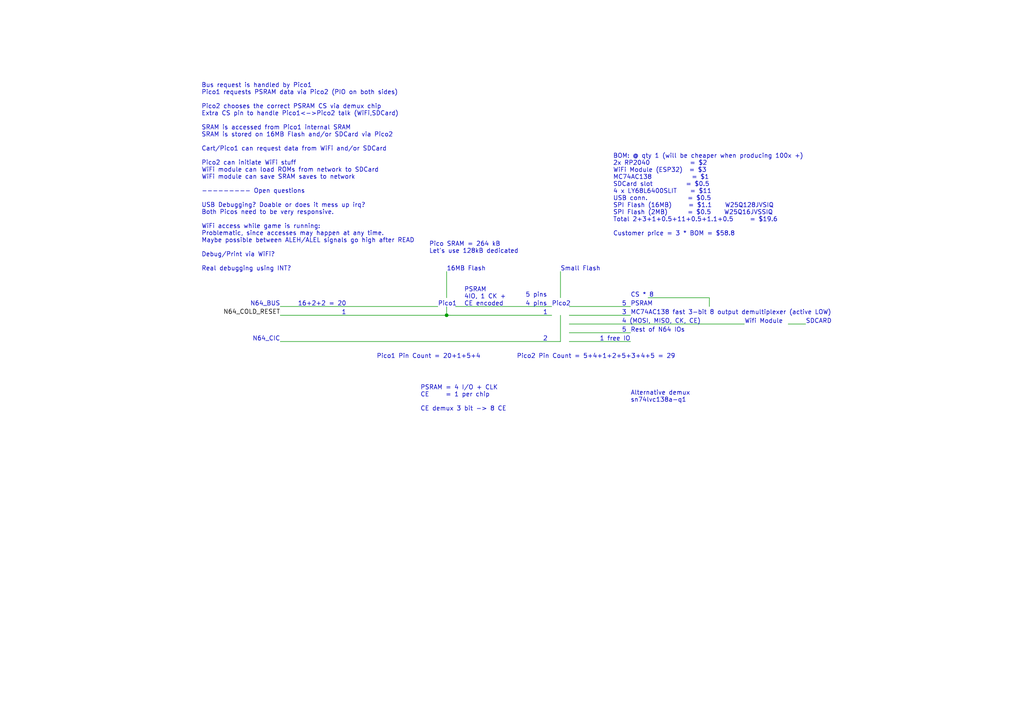
<source format=kicad_sch>
(kicad_sch (version 20211123) (generator eeschema)
  (paper "A4")
  (lib_symbols
    (symbol "Connector:Micro_SD_Card_Det" (pin_names (offset 1.016))
      (property "Reference" "J" (at -16.51 17.78 0))
      (property "Value" "Micro_SD_Card_Det" (at 16.51 17.78 0))
      (symbol "Micro_SD_Card_Det_0_1"
        (rectangle (start -7.62 -6.985) (end -5.08 -8.255) (fill (type outline)))
        (rectangle (start -7.62 -4.445) (end -5.08 -5.715) (fill (type outline)))
        (rectangle (start -7.62 -1.905) (end -5.08 -3.175) (fill (type outline)))
        (rectangle (start -7.62 0.635) (end -5.08 -0.635) (fill (type outline)))
        (rectangle (start -7.62 3.175) (end -5.08 1.905) (fill (type outline)))
        (rectangle (start -7.62 5.715) (end -5.08 4.445) (fill (type outline)))
        (rectangle (start -7.62 8.255) (end -5.08 6.985) (fill (type outline)))
        (rectangle (start -7.62 10.795) (end -5.08 9.525) (fill (type outline)))
        (polyline (pts (xy 16.51 15.24) (xy 16.51 16.51) (xy -19.05 16.51) (xy -19.05 -16.51) (xy 16.51 -16.51) (xy 16.51 -8.89)) (stroke (width 0.254)))
        (polyline (pts (xy -8.89 -8.89) (xy -8.89 11.43) (xy -1.27 11.43) (xy 2.54 15.24) (xy 3.81 15.24) (xy 3.81 13.97) (xy 6.35 13.97) (xy 7.62 15.24) (xy 20.32 15.24) (xy 20.32 -8.89) (xy -8.89 -8.89)) (stroke (width 0.254)) (fill (type background)))
      )
      (symbol "Micro_SD_Card_Det_1_1"
        (pin bidirectional line (at -22.86 10.16 0) (length 3.81) (name "DAT2") (number "1"))
        (pin passive line (at -22.86 -10.16 0) (length 3.81) (name "DET_A") (number "10"))
        (pin passive line (at 20.32 -12.7 180) (length 3.81) (name "SHIELD") (number "11"))
        (pin bidirectional line (at -22.86 7.62 0) (length 3.81) (name "DAT3/CD") (number "2"))
        (pin input line (at -22.86 5.08 0) (length 3.81) (name "CMD") (number "3"))
        (pin power_in line (at -22.86 2.54 0) (length 3.81) (name "VDD") (number "4"))
        (pin input line (at -22.86 0 0) (length 3.81) (name "CLK") (number "5"))
        (pin power_in line (at -22.86 -2.54 0) (length 3.81) (name "VSS") (number "6"))
        (pin bidirectional line (at -22.86 -5.08 0) (length 3.81) (name "DAT0") (number "7"))
        (pin bidirectional line (at -22.86 -7.62 0) (length 3.81) (name "DAT1") (number "8"))
        (pin passive line (at -22.86 -12.7 0) (length 3.81) (name "DET_B") (number "9"))
      )
    )
    (symbol "Connector_Generic:Conn_01x05" (pin_names (offset 1.016) hide)
      (property "Reference" "J" (at 0 7.62 0))
      (property "Value" "Conn_01x05" (at 0 -7.62 0))
      (symbol "Conn_01x05_1_1"
        (rectangle (start -1.27 -4.953) (end 0 -5.207) (stroke (width 0.1524)))
        (rectangle (start -1.27 -2.413) (end 0 -2.667) (stroke (width 0.1524)))
        (rectangle (start -1.27 0.127) (end 0 -0.127) (stroke (width 0.1524)))
        (rectangle (start -1.27 2.667) (end 0 2.413) (stroke (width 0.1524)))
        (rectangle (start -1.27 5.207) (end 0 4.953) (stroke (width 0.1524)))
        (rectangle (start -1.27 6.35) (end 1.27 -6.35) (stroke (width 0.254)) (fill (type background)))
        (pin passive line (at -5.08 5.08 0) (length 3.81) (name "Pin_1") (number "1"))
        (pin passive line (at -5.08 2.54 0) (length 3.81) (name "Pin_2") (number "2"))
        (pin passive line (at -5.08 0 0) (length 3.81) (name "Pin_3") (number "3"))
        (pin passive line (at -5.08 -2.54 0) (length 3.81) (name "Pin_4") (number "4"))
        (pin passive line (at -5.08 -5.08 0) (length 3.81) (name "Pin_5") (number "5"))
      )
    )
    (symbol "Connector_Generic:Conn_02x06_Odd_Even" (pin_names (offset 1.016) hide)
      (property "Reference" "J" (at 1.27 7.62 0))
      (property "Value" "Conn_02x06_Odd_Even" (at 1.27 -10.16 0))
      (symbol "Conn_02x06_Odd_Even_1_1"
        (rectangle (start -1.27 -7.493) (end 0 -7.747) (stroke (width 0.1524)))
        (rectangle (start -1.27 -4.953) (end 0 -5.207) (stroke (width 0.1524)))
        (rectangle (start -1.27 -2.413) (end 0 -2.667) (stroke (width 0.1524)))
        (rectangle (start -1.27 0.127) (end 0 -0.127) (stroke (width 0.1524)))
        (rectangle (start -1.27 2.667) (end 0 2.413) (stroke (width 0.1524)))
        (rectangle (start -1.27 5.207) (end 0 4.953) (stroke (width 0.1524)))
        (rectangle (start -1.27 6.35) (end 3.81 -8.89) (stroke (width 0.254)) (fill (type background)))
        (rectangle (start 3.81 -7.493) (end 2.54 -7.747) (stroke (width 0.1524)))
        (rectangle (start 3.81 -4.953) (end 2.54 -5.207) (stroke (width 0.1524)))
        (rectangle (start 3.81 -2.413) (end 2.54 -2.667) (stroke (width 0.1524)))
        (rectangle (start 3.81 0.127) (end 2.54 -0.127) (stroke (width 0.1524)))
        (rectangle (start 3.81 2.667) (end 2.54 2.413) (stroke (width 0.1524)))
        (rectangle (start 3.81 5.207) (end 2.54 4.953) (stroke (width 0.1524)))
        (pin passive line (at -5.08 5.08 0) (length 3.81) (name "Pin_1") (number "1"))
        (pin passive line (at 7.62 -5.08 180) (length 3.81) (name "Pin_10") (number "10"))
        (pin passive line (at -5.08 -7.62 0) (length 3.81) (name "Pin_11") (number "11"))
        (pin passive line (at 7.62 -7.62 180) (length 3.81) (name "Pin_12") (number "12"))
        (pin passive line (at 7.62 5.08 180) (length 3.81) (name "Pin_2") (number "2"))
        (pin passive line (at -5.08 2.54 0) (length 3.81) (name "Pin_3") (number "3"))
        (pin passive line (at 7.62 2.54 180) (length 3.81) (name "Pin_4") (number "4"))
        (pin passive line (at -5.08 0 0) (length 3.81) (name "Pin_5") (number "5"))
        (pin passive line (at 7.62 0 180) (length 3.81) (name "Pin_6") (number "6"))
        (pin passive line (at -5.08 -2.54 0) (length 3.81) (name "Pin_7") (number "7"))
        (pin passive line (at 7.62 -2.54 180) (length 3.81) (name "Pin_8") (number "8"))
        (pin passive line (at -5.08 -5.08 0) (length 3.81) (name "Pin_9") (number "9"))
      )
    )
    (symbol "Jumper:SolderJumper_2_Open" (pin_names (offset 0) hide)
      (property "Reference" "JP" (at 0 2.032 0))
      (property "Value" "SolderJumper_2_Open" (at 0 -2.54 0))
      (symbol "SolderJumper_2_Open_0_1"
        (arc (start -0.254 1.016) (mid -1.27 0) (end -0.254 -1.016))
        (arc (start -0.254 1.016) (mid -1.27 0) (end -0.254 -1.016) (fill (type outline)))
        (polyline (pts (xy -0.254 1.016) (xy -0.254 -1.016)))
        (polyline (pts (xy 0.254 1.016) (xy 0.254 -1.016)))
        (arc (start 0.254 -1.016) (mid 1.27 0) (end 0.254 1.016))
        (arc (start 0.254 -1.016) (mid 1.27 0) (end 0.254 1.016) (fill (type outline)))
      )
      (symbol "SolderJumper_2_Open_1_1"
        (pin passive line (at -3.81 0 0) (length 2.54) (name "A") (number "1"))
        (pin passive line (at 3.81 0 180) (length 2.54) (name "B") (number "2"))
      )
    )
    (symbol "RP2040_Stamp:RP2040_Stamp"
      (property "Reference" "U" (at 10.16 43.18 0))
      (property "Value" "RP2040_Stamp" (at 0 -38.1 0))
      (symbol "RP2040_Stamp_0_0"
        (text "IN" (at -4.445 39.37 0) (effects (font (size 1.27 1.27)) (justify left)))
        (text "OUT" (at -4.445 36.83 0) (effects (font (size 1.27 1.27)) (justify left)))
        (pin bidirectional line (at 12.7 39.37 180) (length 2.54) (name "GPIO0") (number "1"))
        (pin bidirectional line (at 12.7 16.51 180) (length 2.54) (name "GPIO9") (number "10"))
        (pin bidirectional line (at 12.7 13.97 180) (length 2.54) (name "GPIO10") (number "11"))
        (pin bidirectional line (at 12.7 11.43 180) (length 2.54) (name "GPIO11") (number "12"))
        (pin bidirectional line (at 12.7 8.89 180) (length 2.54) (name "GPIO12") (number "13"))
        (pin bidirectional line (at 12.7 6.35 180) (length 2.54) (name "GPIO13") (number "14"))
        (pin bidirectional line (at 12.7 3.81 180) (length 2.54) (name "GPIO14") (number "15"))
        (pin bidirectional line (at 12.7 1.27 180) (length 2.54) (name "GPIO15") (number "16"))
        (pin bidirectional line (at 12.7 -1.27 180) (length 2.54) (name "GPIO16") (number "17"))
        (pin bidirectional line (at 12.7 -3.81 180) (length 2.54) (name "GPIO17") (number "18"))
        (pin bidirectional line (at 12.7 -6.35 180) (length 2.54) (name "GPIO18") (number "19"))
        (pin bidirectional line (at 12.7 36.83 180) (length 2.54) (name "GPIO1") (number "2"))
        (pin bidirectional line (at 12.7 -8.89 180) (length 2.54) (name "GPIO19") (number "20"))
        (pin bidirectional line (at 12.7 -11.43 180) (length 2.54) (name "GPIO20") (number "21"))
        (pin bidirectional line (at 12.7 -13.97 180) (length 2.54) (name "GPIO21") (number "22"))
        (pin bidirectional line (at 12.7 -16.51 180) (length 2.54) (name "GPIO22") (number "23"))
        (pin bidirectional line (at 12.7 -19.05 180) (length 2.54) (name "GPIO23") (number "24"))
        (pin bidirectional line (at 12.7 -21.59 180) (length 2.54) (name "GPIO24") (number "25"))
        (pin bidirectional line (at 12.7 -24.13 180) (length 2.54) (name "GPIO25") (number "26"))
        (pin bidirectional line (at 12.7 -26.67 180) (length 2.54) (name "GPIO26") (number "27"))
        (pin bidirectional line (at 12.7 -29.21 180) (length 2.54) (name "GPIO27") (number "28"))
        (pin bidirectional line (at 12.7 -31.75 180) (length 2.54) (name "GPIO28") (number "29"))
        (pin bidirectional line (at 12.7 34.29 180) (length 2.54) (name "GPIO2") (number "3"))
        (pin bidirectional line (at 12.7 -34.29 180) (length 2.54) (name "GPIO29") (number "30"))
        (pin power_in line (at -12.7 -34.29 0) (length 2.54) (name "GND") (number "31"))
        (pin power_in line (at -12.7 34.29 0) (length 2.54) (name "VBAT") (number "32"))
        (pin power_in line (at -12.7 39.37 0) (length 2.54) (name "5V") (number "33"))
        (pin power_out line (at -12.7 36.83 0) (length 2.54) (name "3.3V") (number "34"))
        (pin bidirectional line (at -12.7 19.05 0) (length 2.54) (name "USB_D-") (number "35"))
        (pin bidirectional line (at -12.7 16.51 0) (length 2.54) (name "USB_D+") (number "36"))
        (pin bidirectional line (at -12.7 11.43 0) (length 2.54) (name "SWDIO") (number "37"))
        (pin input line (at -12.7 8.89 0) (length 2.54) (name "SWCLK") (number "38"))
        (pin bidirectional line (at -12.7 24.13 0) (length 2.54) (name "~{RESET}") (number "39"))
        (pin bidirectional line (at 12.7 31.75 180) (length 2.54) (name "GPIO3") (number "4"))
        (pin input line (at -12.7 29.21 0) (length 2.54) (name "BOOTSEL") (number "40"))
        (pin bidirectional line (at 12.7 29.21 180) (length 2.54) (name "GPIO4") (number "5"))
        (pin bidirectional line (at 12.7 26.67 180) (length 2.54) (name "GPIO5") (number "6"))
        (pin bidirectional line (at 12.7 24.13 180) (length 2.54) (name "GPIO6") (number "7"))
        (pin bidirectional line (at 12.7 21.59 180) (length 2.54) (name "GPIO7") (number "8"))
        (pin bidirectional line (at 12.7 19.05 180) (length 2.54) (name "GPIO8") (number "9"))
      )
      (symbol "RP2040_Stamp_0_1"
        (rectangle (start -10.16 41.91) (end 10.16 -36.83) (stroke (width 0.1524)) (fill (type background)))
      )
    )
    (symbol "Switch:SW_Push" (pin_numbers hide) (pin_names (offset 1.016) hide)
      (property "Reference" "SW" (at 1.27 2.54 0))
      (property "Value" "SW_Push" (at 0 -1.524 0))
      (symbol "SW_Push_0_1"
        (circle (center -2.032 0) (radius 0.508))
        (polyline (pts (xy 0 1.27) (xy 0 3.048)))
        (polyline (pts (xy 2.54 1.27) (xy -2.54 1.27)))
        (circle (center 2.032 0) (radius 0.508))
        (pin passive line (at -5.08 0 0) (length 2.54) (name "1") (number "1"))
        (pin passive line (at 5.08 0 180) (length 2.54) (name "2") (number "2"))
      )
    )
    (symbol "n64-cartridge:N64-Cartridge" (pin_names (offset 1.016))
      (property "Reference" "U?" (at -0.635 38.1 0))
      (property "Value" "N64-Cartridge" (at -0.635 34.29 0))
      (symbol "N64-Cartridge_0_1"
        (rectangle (start -17.78 33.02) (end 17.78 -33.02) (fill (type background)))
      )
      (symbol "N64-Cartridge_1_1"
        (pin passive line (at -25.4 30.48 0) (length 7.62) (name "GND") (number "1"))
        (pin passive line (at -25.4 7.62 0) (length 7.62) (name "READ") (number "10"))
        (pin passive line (at -25.4 5.08 0) (length 7.62) (name "AD11") (number "11"))
        (pin passive line (at -25.4 2.54 0) (length 7.62) (name "AD10") (number "12"))
        (pin passive line (at -25.4 0 0) (length 7.62) (name "12V") (number "13"))
        (pin passive line (at -25.4 -2.54 0) (length 7.62) (name "12V_EXP") (number "14"))
        (pin passive line (at -25.4 -5.08 0) (length 7.62) (name "AD9") (number "15"))
        (pin passive line (at -25.4 -7.62 0) (length 7.62) (name "AD8") (number "16"))
        (pin passive line (at -25.4 -10.16 0) (length 7.62) (name "VCC") (number "17"))
        (pin passive line (at -25.4 -12.7 0) (length 7.62) (name "u3_15") (number "18"))
        (pin passive line (at -25.4 -15.24 0) (length 7.62) (name "1.6mHz") (number "19"))
        (pin passive line (at -25.4 27.94 0) (length 7.62) (name "GND") (number "2"))
        (pin passive line (at -25.4 -17.78 0) (length 7.62) (name "COLD_RESET") (number "20"))
        (pin passive line (at -25.4 -20.32 0) (length 7.62) (name "S_DAT") (number "21"))
        (pin passive line (at -25.4 -22.86 0) (length 7.62) (name "GND") (number "22"))
        (pin passive line (at -25.4 -25.4 0) (length 7.62) (name "GND") (number "23"))
        (pin passive line (at -25.4 -27.94 0) (length 7.62) (name "LAUDIO") (number "24"))
        (pin passive line (at -25.4 -30.48 0) (length 7.62) (name "GND") (number "25"))
        (pin passive line (at 25.4 30.48 180) (length 7.62) (name "GND") (number "26"))
        (pin passive line (at 25.4 27.94 180) (length 7.62) (name "GND") (number "27"))
        (pin passive line (at 25.4 25.4 180) (length 7.62) (name "AD0") (number "28"))
        (pin passive line (at 25.4 22.86 180) (length 7.62) (name "AD1") (number "29"))
        (pin passive line (at -25.4 25.4 0) (length 7.62) (name "AD15") (number "3"))
        (pin passive line (at 25.4 20.32 180) (length 7.62) (name "AD2") (number "30"))
        (pin passive line (at 25.4 17.78 180) (length 7.62) (name "GND") (number "31"))
        (pin passive line (at 25.4 15.24 180) (length 7.62) (name "AD3") (number "32"))
        (pin passive line (at 25.4 12.7 180) (length 7.62) (name "aleL") (number "33"))
        (pin passive line (at 25.4 10.16 180) (length 7.62) (name "VCC") (number "34"))
        (pin passive line (at 25.4 7.62 180) (length 7.62) (name "aleH") (number "35"))
        (pin passive line (at 25.4 5.08 180) (length 7.62) (name "AD4") (number "36"))
        (pin passive line (at 25.4 2.54 180) (length 7.62) (name "AD5") (number "37"))
        (pin passive line (at 25.4 0 180) (length 7.62) (name "12V_EXP") (number "38"))
        (pin passive line (at 25.4 -2.54 180) (length 7.62) (name "12V") (number "39"))
        (pin passive line (at -25.4 22.86 0) (length 7.62) (name "AD14") (number "4"))
        (pin passive line (at 25.4 -5.08 180) (length 7.62) (name "AD6") (number "40"))
        (pin passive line (at 25.4 -7.62 180) (length 7.62) (name "AD7") (number "41"))
        (pin passive line (at 25.4 -10.16 180) (length 7.62) (name "VCC") (number "42"))
        (pin passive line (at 25.4 -12.7 180) (length 7.62) (name "u3_14") (number "43"))
        (pin passive line (at 25.4 -15.24 180) (length 7.62) (name "NC") (number "44"))
        (pin passive line (at 25.4 -17.78 180) (length 7.62) (name "os_event_cart") (number "45"))
        (pin passive line (at 25.4 -20.32 180) (length 7.62) (name "NC") (number "46"))
        (pin passive line (at 25.4 -22.86 180) (length 7.62) (name "GND") (number "47"))
        (pin passive line (at 25.4 -25.4 180) (length 7.62) (name "GND") (number "48"))
        (pin passive line (at 25.4 -27.94 180) (length 7.62) (name "RAUDIO") (number "49"))
        (pin passive line (at -25.4 20.32 0) (length 7.62) (name "AD13") (number "5"))
        (pin passive line (at 25.4 -30.48 180) (length 7.62) (name "GND") (number "50"))
        (pin passive line (at -25.4 17.78 0) (length 7.62) (name "GND") (number "6"))
        (pin passive line (at -25.4 15.24 0) (length 7.62) (name "AD12") (number "7"))
        (pin passive line (at -25.4 12.7 0) (length 7.62) (name "WRITE") (number "8"))
        (pin passive line (at -25.4 10.16 0) (length 7.62) (name "VCC") (number "9"))
      )
    )
    (symbol "power:+3V3" (power) (pin_names (offset 0))
      (property "Value" "+3V3" (at 0 3.556 0))
      (symbol "+3V3_0_1"
        (polyline (pts (xy -0.762 1.27) (xy 0 2.54)))
        (polyline (pts (xy 0 0) (xy 0 2.54)))
        (polyline (pts (xy 0 2.54) (xy 0.762 1.27)))
      )
      (symbol "+3V3_1_1"
        (pin power_in line (at 0 0 90) (length 0) hide (name "+3V3") (number "1"))
      )
    )
    (symbol "power:GND" (power) (pin_names (offset 0))
      (property "Value" "GND" (at 0 -3.81 0))
      (symbol "GND_0_1"
        (polyline (pts (xy 0 0) (xy 0 -1.27) (xy 1.27 -1.27) (xy 0 -2.54) (xy -1.27 -1.27) (xy 0 -1.27)))
      )
      (symbol "GND_1_1"
        (pin power_in line (at 0 0 270) (length 0) hide (name "GND") (number "1"))
      )
    )
    (symbol "power:VBUS" (power) (pin_names (offset 0))
      (property "Value" "VBUS" (at 0 3.81 0))
      (symbol "VBUS_0_1"
        (polyline (pts (xy -0.762 1.27) (xy 0 2.54)))
        (polyline (pts (xy 0 0) (xy 0 2.54)))
        (polyline (pts (xy 0 2.54) (xy 0.762 1.27)))
      )
      (symbol "VBUS_1_1"
        (pin power_in line (at 0 0 90) (length 0) hide (name "VBUS") (number "1"))
      )
    )
  )
  (junction (at 129.54 91.44))
  (no_connect (at 434.34 66.04))
  (no_connect (at 485.14 66.04))
  (no_connect (at 403.86 137.16))
  (no_connect (at 434.34 63.5))
  (no_connect (at 335.28 38.1))
  (no_connect (at 485.14 83.82))
  (no_connect (at 485.14 63.5))
  (no_connect (at 485.14 91.44))
  (no_connect (at 434.34 91.44))
  (polyline (pts (xy 383.54 30.48) (xy 383.54 86.36)))
  (wire (pts (xy 360.68 91.44) (xy 382.27 91.44)))
  (wire (pts (xy 360.68 48.26) (xy 365.76 48.26)))
  (wire (pts (xy 441.96 147.32) (xy 447.04 147.32)))
  (wire (pts (xy 349.25 139.7) (xy 349.25 144.78)))
  (wire (pts (xy 81.28 91.44) (xy 129.54 91.44)))
  (wire (pts (xy 485.14 93.98) (xy 495.3 93.98)))
  (wire (pts (xy 429.26 76.2) (xy 434.34 76.2)))
  (wire (pts (xy 424.18 45.72) (xy 434.34 45.72)))
  (wire (pts (xy 429.26 40.64) (xy 434.34 40.64)))
  (wire (pts (xy 429.26 53.34) (xy 434.34 53.34)))
  (wire (pts (xy 389.89 99.06) (xy 396.24 99.06)))
  (wire (pts (xy 485.14 88.9) (xy 495.3 88.9)))
  (wire (pts (xy 360.68 71.12) (xy 365.76 71.12)))
  (wire (pts (xy 330.2 53.34) (xy 335.28 53.34)))
  (wire (pts (xy 441.96 129.54) (xy 447.04 129.54)))
  (wire (pts (xy 424.18 93.98) (xy 434.34 93.98)))
  (wire (pts (xy 360.68 78.74) (xy 365.76 78.74)))
  (wire (pts (xy 360.68 83.82) (xy 365.76 83.82)))
  (wire (pts (xy 429.26 71.12) (xy 434.34 71.12)))
  (wire (pts (xy 441.96 142.24) (xy 447.04 142.24)))
  (wire (pts (xy 429.26 50.8) (xy 434.34 50.8)))
  (wire (pts (xy 165.1 93.98) (xy 215.9 93.98)))
  (wire (pts (xy 381 129.54) (xy 386.08 129.54)))
  (wire (pts (xy 330.2 55.88) (xy 335.28 55.88)))
  (wire (pts (xy 485.14 71.12) (xy 490.22 71.12)))
  (wire (pts (xy 360.68 76.2) (xy 365.76 76.2)))
  (wire (pts (xy 485.14 40.64) (xy 490.22 40.64)))
  (wire (pts (xy 360.68 73.66) (xy 365.76 73.66)))
  (wire (pts (xy 360.68 53.34) (xy 365.76 53.34)))
  (wire (pts (xy 485.14 38.1) (xy 490.22 38.1)))
  (wire (pts (xy 360.68 38.1) (xy 365.76 38.1)))
  (wire (pts (xy 429.26 60.96) (xy 434.34 60.96)))
  (wire (pts (xy 424.18 86.36) (xy 434.34 86.36)))
  (wire (pts (xy 360.68 40.64) (xy 365.76 40.64)))
  (wire (pts (xy 162.56 78.74) (xy 162.56 86.36)))
  (wire (pts (xy 485.14 58.42) (xy 490.22 58.42)))
  (wire (pts (xy 187.96 86.36) (xy 205.74 86.36)))
  (wire (pts (xy 228.6 93.98) (xy 233.68 93.98)))
  (wire (pts (xy 424.18 35.56) (xy 434.34 35.56)))
  (wire (pts (xy 129.54 91.44) (xy 160.02 91.44)))
  (wire (pts (xy 429.26 83.82) (xy 434.34 83.82)))
  (wire (pts (xy 360.68 60.96) (xy 365.76 60.96)))
  (wire (pts (xy 360.68 66.04) (xy 365.76 66.04)))
  (wire (pts (xy 485.14 43.18) (xy 490.22 43.18)))
  (wire (pts (xy 381 132.08) (xy 386.08 132.08)))
  (wire (pts (xy 330.2 106.68) (xy 335.28 106.68)))
  (wire (pts (xy 398.78 134.62) (xy 403.86 134.62)))
  (wire (pts (xy 485.14 60.96) (xy 490.22 60.96)))
  (polyline (pts (xy 368.3 30.48) (xy 381 30.48)))
  (wire (pts (xy 381 137.16) (xy 386.08 137.16)))
  (wire (pts (xy 165.1 88.9) (xy 182.88 88.9)))
  (wire (pts (xy 205.74 86.36) (xy 205.74 88.9)))
  (wire (pts (xy 389.89 96.52) (xy 396.24 96.52)))
  (wire (pts (xy 485.14 73.66) (xy 490.22 73.66)))
  (wire (pts (xy 429.26 139.7) (xy 447.04 139.7)))
  (wire (pts (xy 330.2 27.94) (xy 330.2 33.02)))
  (wire (pts (xy 360.68 63.5) (xy 365.76 63.5)))
  (wire (pts (xy 485.14 35.56) (xy 495.3 35.56)))
  (wire (pts (xy 360.68 68.58) (xy 365.76 68.58)))
  (polyline (pts (xy 368.3 86.36) (xy 383.54 86.36)))
  (wire (pts (xy 429.26 55.88) (xy 434.34 55.88)))
  (wire (pts (xy 441.96 127) (xy 447.04 127)))
  (polyline (pts (xy 414.02 83.82) (xy 414.02 101.6)))
  (wire (pts (xy 360.68 86.36) (xy 365.76 86.36)))
  (wire (pts (xy 360.68 106.68) (xy 365.76 106.68)))
  (wire (pts (xy 165.1 96.52) (xy 182.88 96.52)))
  (wire (pts (xy 360.68 101.6) (xy 365.76 101.6)))
  (polyline (pts (xy 414.02 101.6) (xy 393.7 101.6)))
  (wire (pts (xy 381 142.24) (xy 386.08 142.24)))
  (wire (pts (xy 485.14 53.34) (xy 490.22 53.34)))
  (wire (pts (xy 360.68 43.18) (xy 365.76 43.18)))
  (wire (pts (xy 495.3 149.86) (xy 490.22 149.86)))
  (wire (pts (xy 132.08 88.9) (xy 160.02 88.9)))
  (wire (pts (xy 360.68 58.42) (xy 365.76 58.42)))
  (wire (pts (xy 360.68 35.56) (xy 365.76 35.56)))
  (wire (pts (xy 398.78 132.08) (xy 403.86 132.08)))
  (wire (pts (xy 429.26 38.1) (xy 434.34 38.1)))
  (wire (pts (xy 360.68 33.02) (xy 365.76 33.02)))
  (wire (pts (xy 344.17 137.16) (xy 349.25 137.16)))
  (wire (pts (xy 360.68 99.06) (xy 382.27 99.06)))
  (wire (pts (xy 330.2 111.76) (xy 330.2 106.68)))
  (wire (pts (xy 344.17 134.62) (xy 349.25 134.62)))
  (polyline (pts (xy 381 30.48) (xy 383.54 30.48)))
  (wire (pts (xy 485.14 78.74) (xy 490.22 78.74)))
  (wire (pts (xy 485.14 55.88) (xy 490.22 55.88)))
  (wire (pts (xy 165.1 99.06) (xy 182.88 99.06)))
  (wire (pts (xy 330.2 60.96) (xy 335.28 60.96)))
  (wire (pts (xy 360.68 104.14) (xy 365.76 104.14)))
  (wire (pts (xy 360.68 88.9) (xy 365.76 88.9)))
  (wire (pts (xy 441.96 149.86) (xy 447.04 149.86)))
  (wire (pts (xy 429.26 43.18) (xy 434.34 43.18)))
  (wire (pts (xy 360.68 45.72) (xy 365.76 45.72)))
  (wire (pts (xy 360.68 93.98) (xy 382.27 93.98)))
  (wire (pts (xy 424.18 33.02) (xy 434.34 33.02)))
  (wire (pts (xy 424.18 88.9) (xy 434.34 88.9)))
  (wire (pts (xy 398.78 129.54) (xy 403.86 129.54)))
  (wire (pts (xy 429.26 48.26) (xy 434.34 48.26)))
  (wire (pts (xy 441.96 149.86) (xy 441.96 154.94)))
  (polyline (pts (xy 393.7 83.82) (xy 414.02 83.82)))
  (wire (pts (xy 307.34 48.26) (xy 307.34 43.18)))
  (wire (pts (xy 495.3 154.94) (xy 495.3 149.86)))
  (wire (pts (xy 485.14 33.02) (xy 495.3 33.02)))
  (wire (pts (xy 344.17 132.08) (xy 349.25 132.08)))
  (wire (pts (xy 485.14 68.58) (xy 490.22 68.58)))
  (wire (pts (xy 344.17 129.54) (xy 349.25 129.54)))
  (wire (pts (xy 485.14 86.36) (xy 495.3 86.36)))
  (wire (pts (xy 398.78 139.7) (xy 403.86 139.7)))
  (wire (pts (xy 441.96 144.78) (xy 447.04 144.78)))
  (wire (pts (xy 389.89 93.98) (xy 396.24 93.98)))
  (wire (pts (xy 81.28 99.06) (xy 162.56 99.06)))
  (wire (pts (xy 398.78 137.16) (xy 403.86 137.16)))
  (wire (pts (xy 360.68 96.52) (xy 382.27 96.52)))
  (wire (pts (xy 360.68 81.28) (xy 365.76 81.28)))
  (wire (pts (xy 322.58 43.18) (xy 335.28 43.18)))
  (wire (pts (xy 307.34 43.18) (xy 312.42 43.18)))
  (wire (pts (xy 429.26 81.28) (xy 434.34 81.28)))
  (wire (pts (xy 330.2 33.02) (xy 335.28 33.02)))
  (wire (pts (xy 429.26 78.74) (xy 434.34 78.74)))
  (wire (pts (xy 398.78 142.24) (xy 403.86 142.24)))
  (wire (pts (xy 429.26 68.58) (xy 434.34 68.58)))
  (wire (pts (xy 322.58 27.94) (xy 322.58 35.56)))
  (wire (pts (xy 360.68 50.8) (xy 365.76 50.8)))
  (wire (pts (xy 485.14 81.28) (xy 490.22 81.28)))
  (wire (pts (xy 330.2 63.5) (xy 335.28 63.5)))
  (polyline (pts (xy 393.7 83.82) (xy 393.7 101.6)))
  (wire (pts (xy 322.58 35.56) (xy 335.28 35.56)))
  (wire (pts (xy 129.54 88.9) (xy 129.54 91.44)))
  (wire (pts (xy 485.14 48.26) (xy 490.22 48.26)))
  (wire (pts (xy 485.14 45.72) (xy 495.3 45.72)))
  (wire (pts (xy 429.26 73.66) (xy 434.34 73.66)))
  (wire (pts (xy 81.28 88.9) (xy 127 88.9)))
  (wire (pts (xy 165.1 91.44) (xy 182.88 91.44)))
  (wire (pts (xy 381 134.62) (xy 386.08 134.62)))
  (wire (pts (xy 441.96 137.16) (xy 447.04 137.16)))
  (wire (pts (xy 330.2 48.26) (xy 335.28 48.26)))
  (wire (pts (xy 162.56 91.44) (xy 162.56 99.06)))
  (wire (pts (xy 129.54 78.74) (xy 129.54 86.36)))
  (wire (pts (xy 429.26 134.62) (xy 447.04 134.62)))
  (wire (pts (xy 381 139.7) (xy 386.08 139.7)))
  (wire (pts (xy 349.25 127) (xy 349.25 129.54)))
  (wire (pts (xy 360.68 55.88) (xy 365.76 55.88)))
  (wire (pts (xy 485.14 50.8) (xy 490.22 50.8)))
  (wire (pts (xy 441.96 132.08) (xy 447.04 132.08)))
  (wire (pts (xy 429.26 58.42) (xy 434.34 58.42)))
  (wire (pts (xy 485.14 76.2) (xy 490.22 76.2)))
  (wire (pts (xy 389.89 91.44) (xy 396.24 91.44)))
  (wire (pts (xy 344.17 139.7) (xy 349.25 139.7)))
  (text "N64_BUS" (at 81.28 88.9 180) (effects (font (size 1.27 1.27)) (justify right bottom)))
  (text "16MB Flash" (at 129.54 78.74 0) (effects (font (size 1.27 1.27)) (justify left bottom)))
  (text "PSRAM \n4IO, 1 CK +\nCE encoded" (at 134.62 88.9 0) (effects (font (size 1.27 1.27)) (justify left bottom)))
  (text "Absolute minimum" (at 368.3 30.48 0) (effects (font (size 1.27 1.27)) (justify left bottom)))
  (text "1" (at 157.48 91.44 0) (effects (font (size 1.27 1.27)) (justify left bottom)))
  (text "4 pins" (at 152.4 88.9 0) (effects (font (size 1.27 1.27)) (justify left bottom)))
  (text "Pico2" (at 160.02 88.9 0) (effects (font (size 1.27 1.27)) (justify left bottom)))
  (text "CS * 8" (at 182.88 86.36 0) (effects (font (size 1.27 1.27)) (justify left bottom)))
  (text "3" (at 180.34 91.44 0) (effects (font (size 1.27 1.27)) (justify left bottom)))
  (text "Not enough I/Os\nto handle these" (at 396.24 88.9 0) (effects (font (size 1.27 1.27)) (justify left bottom)))
  (text "Alternative demux\nsn74lvc138a-q1" (at 182.88 116.84 0) (effects (font (size 1.27 1.27)) (justify left bottom)))
  (text "Bus request is handled by Pico1\nPico1 requests PSRAM data via Pico2 (PIO on both sides)\n\nPico2 chooses the correct PSRAM CS via demux chip\nExtra CS pin to handle Pico1<->Pico2 talk (WiFi,SDCard)\n\nSRAM is accessed from Pico1 internal SRAM\nSRAM is stored on 16MB Flash and/or SDCard via Pico2\n\nCart/Pico1 can request data from WiFi and/or SDCard\n\nPico2 can initiate WiFi stuff\nWiFi module can load ROMs from network to SDCard\nWiFi module can save SRAM saves to network\n\n--------- Open questions\n\nUSB Debugging? Doable or does it mess up irq?\nBoth Picos need to be very responsive.\n\nWiFi access while game is running:\nProblematic, since accesses may happen at any time.\nMaybe possible between ALEH/ALEL signals go high after READ\n\nDebug/Print via WiFi?\n\nReal debugging using INT?" (at 58.42 78.74 0) (effects (font (size 1.27 1.27)) (justify left bottom)))
  (text "Pico1 Pin Count = 20+1+5+4" (at 109.22 104.14 0) (effects (font (size 1.27 1.27)) (justify left bottom)))
  (text "Wifi Module" (at 215.9 93.98 0) (effects (font (size 1.27 1.27)) (justify left bottom)))
  (text "Rest of N64 IOs" (at 182.88 96.52 0) (effects (font (size 1.27 1.27)) (justify left bottom)))
  (text "4 (MOSI, MISO, CK, CE)" (at 180.34 93.98 0) (effects (font (size 1.27 1.27)) (justify left bottom)))
  (text "BOM: @ qty 1 (will be cheaper when producing 100x +)\n2x RP2040            = $2\nWiFi Module (ESP32)  = $3\nMC74AC138            = $1\nSDCard slot          = $0.5\n4 x LY68L6400SLIT    = $11\nUSB conn.            = $0.5\nSPI Flash (16MB)     = $1.1    W25Q128JVSIQ\nSPI Flash (2MB)      = $0.5    W25Q16JVSSIQ\nTotal 2+3+1+0.5+11+0.5+1.1+0.5     = $19.6\n\nCustomer price = 3 * BOM = $58.8" (at 177.8 68.58 0) (effects (font (size 1.27 1.27)) (justify left bottom)))
  (text "SDCARD" (at 233.68 93.98 0) (effects (font (size 1.27 1.27)) (justify left bottom)))
  (text "1 free IO" (at 182.88 99.06 180) (effects (font (size 1.27 1.27)) (justify right bottom)))
  (text "2" (at 157.48 99.06 0) (effects (font (size 1.27 1.27)) (justify left bottom)))
  (text "MC74AC138 fast 3-bit 8 output demultiplexer (active LOW)" (at 182.88 91.44 0) (effects (font (size 1.27 1.27)) (justify left bottom)))
  (text "5" (at 180.34 96.52 0) (effects (font (size 1.27 1.27)) (justify left bottom)))
  (text "Pin 44 is important! Interrupt pin" (at 508 78.74 0) (effects (font (size 1.27 1.27)) (justify left bottom)))
  (text "Pico SRAM = 264 kB\nLet's use 128kB dedicated" (at 124.46 73.66 0) (effects (font (size 1.27 1.27)) (justify left bottom)))
  (text "Small Flash" (at 162.56 78.74 0) (effects (font (size 1.27 1.27)) (justify left bottom)))
  (text "PSRAM = 4 I/O + CLK\nCE     = 1 per chip\n\nCE demux 3 bit -> 8 CE" (at 121.92 119.38 0) (effects (font (size 1.27 1.27)) (justify left bottom)))
  (text "Pico2 Pin Count = 5+4+1+2+5+3+4+5 = 29" (at 149.86 104.14 0) (effects (font (size 1.27 1.27)) (justify left bottom)))
  (text "1" (at 99.06 91.44 0) (effects (font (size 1.27 1.27)) (justify left bottom)))
  (text "5" (at 180.34 88.9 0) (effects (font (size 1.27 1.27)) (justify left bottom)))
  (text "N64_CIC" (at 81.28 99.06 180) (effects (font (size 1.27 1.27)) (justify right bottom)))
  (text "5 pins" (at 152.4 86.36 0) (effects (font (size 1.27 1.27)) (justify left bottom)))
  (text "PSRAM" (at 182.88 88.9 0) (effects (font (size 1.27 1.27)) (justify left bottom)))
  (text "Pico1" (at 127 88.9 0) (effects (font (size 1.27 1.27)) (justify left bottom)))
  (text "16+2+2 = 20" (at 86.36 88.9 0) (effects (font (size 1.27 1.27)) (justify left bottom)))
  (label "N64_CIC_DIO" (at 429.26 76.2 180))
  (label "N64_SI_CLK" (at 429.26 78.74 180))
  (label "PMOD_2_SIO0" (at 365.76 101.6 0))
  (label "RP_SWDCLK" (at 349.25 134.62 0))
  (label "AD8" (at 365.76 53.34 0))
  (label "N64_VCC" (at 429.26 53.34 180))
  (label "N64_NMI" (at 396.24 104.14 0))
  (label "AD4" (at 365.76 43.18 0))
  (label "~{WRITE}" (at 429.26 50.8 180))
  (label "AD1" (at 365.76 35.56 0))
  (label "PMOD_8_CS1" (at 403.86 137.16 0))
  (label "PMOD_5_SIO2" (at 403.86 129.54 0))
  (label "AD1" (at 490.22 40.64 0))
  (label "PMOD_6_SIO3" (at 365.76 93.98 0))
  (label "RP_SWDCLK" (at 330.2 63.5 180))
  (label "AD11" (at 429.26 58.42 180))
  (label "~{WRITE}" (at 365.76 78.74 0))
  (label "AD15" (at 365.76 71.12 0))
  (label "N64_VCC" (at 429.26 73.66 180))
  (label "AD12" (at 365.76 63.5 0))
  (label "AD11" (at 365.76 60.96 0))
  (label "N64_VCC" (at 490.22 53.34 0))
  (label "AD10" (at 365.76 58.42 0))
  (label "N64_NMI" (at 490.22 81.28 0))
  (label "PMOD_6_SIO3" (at 403.86 132.08 0))
  (label "N64_CIC_DCLK" (at 365.76 83.82 0))
  (label "PMOD_4_SCLK" (at 381 137.16 180))
  (label "PMOD_1_SS" (at 365.76 96.52 0))
  (label "AD3" (at 490.22 48.26 0))
  (label "PMOD_4_SCLK" (at 365.76 99.06 0))
  (label "N64_S_DAT" (at 429.26 83.82 180))
  (label "AD14" (at 365.76 68.58 0))
  (label "AD3" (at 365.76 40.64 0))
  (label "AD9" (at 429.26 68.58 180))
  (label "N64_CIC_DIO" (at 365.76 86.36 0))
  (label "AD7" (at 490.22 71.12 0))
  (label "AD2" (at 365.76 38.1 0))
  (label "N64_S_DAT" (at 396.24 91.44 0))
  (label "AD13" (at 365.76 66.04 0))
  (label "N64_INT" (at 490.22 78.74 0))
  (label "N64_SI_CLK" (at 396.24 93.98 0))
  (label "PMOD_1_SS" (at 441.96 132.08 180))
  (label "PMOD_7_CS0" (at 441.96 147.32 180))
  (label "PMOD_6_SIO3" (at 441.96 129.54 180))
  (label "PMOD_2_SIO0" (at 441.96 142.24 180))
  (label "N64_CIC_DCLK" (at 490.22 76.2 0))
  (label "AD15" (at 429.26 38.1 180))
  (label "PMOD_5_SIO2" (at 365.76 91.44 0))
  (label "PMOD_7_CS0" (at 365.76 106.68 0))
  (label "AD0" (at 490.22 38.1 0))
  (label "PMOD_3_SIO1" (at 441.96 144.78 180))
  (label "N64_COLD_RESET" (at 365.76 88.9 0))
  (label "~{RP_RESET}" (at 330.2 48.26 180))
  (label "PMOD_3_SIO1" (at 365.76 104.14 0))
  (label "~{READ}" (at 365.76 81.28 0))
  (label "AD5" (at 490.22 60.96 0))
  (label "PMOD_5_SIO2" (at 441.96 127 180))
  (label "ALEH" (at 490.22 55.88 0))
  (label "AD4" (at 490.22 58.42 0))
  (label "AD13" (at 429.26 43.18 180))
  (label "AD7" (at 365.76 50.8 0))
  (label "USB_D-" (at 330.2 53.34 180))
  (label "USB_D+" (at 330.2 55.88 180))
  (label "N64_EEP_SDAT" (at 396.24 96.52 0))
  (label "AD8" (at 429.26 71.12 180))
  (label "N64_COLD_RESET" (at 81.28 91.44 180))
  (label "AD2" (at 490.22 43.18 0))
  (label "AD12" (at 429.26 48.26 180))
  (label "N64_VCC" (at 490.22 73.66 0))
  (label "AD9" (at 365.76 55.88 0))
  (label "AD6" (at 365.76 48.26 0))
  (label "PMOD_7_CS0" (at 403.86 134.62 0))
  (label "RP_SWDIO" (at 349.25 137.16 0))
  (label "ALEH" (at 365.76 76.2 0))
  (label "~{READ}" (at 429.26 55.88 180))
  (label "AD5" (at 365.76 45.72 0))
  (label "PMOD_4_SCLK" (at 441.96 137.16 180))
  (label "ALEL" (at 490.22 50.8 0))
  (label "AD14" (at 429.26 40.64 180))
  (label "N64_COLD_RESET" (at 429.26 81.28 180))
  (label "~{RP_RESET}" (at 349.25 132.08 0))
  (label "N64_INT" (at 396.24 99.06 0))
  (label "PMOD_1_SS" (at 381 129.54 180))
  (label "AD6" (at 490.22 68.58 0))
  (label "RP_SWDIO" (at 330.2 60.96 180))
  (label "PMOD_3_SIO1" (at 381 134.62 180))
  (label "ALEL" (at 365.76 73.66 0))
  (label "AD0" (at 365.76 33.02 0))
  (label "PMOD_2_SIO0" (at 381 132.08 180))
  (label "AD10" (at 429.26 60.96 180))
  (symbol (lib_id "power:GND") (at 349.25 144.78 0) (unit 1)
    (property "Reference" "#PWR?" (effects hide))
    (property "Value" "GND" (at 349.25 149.86 0))
  )
  (symbol (lib_id "power:GND") (at 307.34 48.26 0) (unit 1)
    (property "Reference" "#PWR?" (effects hide))
    (property "Value" "GND" (at 307.34 53.34 0))
  )
  (symbol (lib_id "power:GND") (at 495.3 45.72 90) (unit 1)
    (property "Reference" "#PWR?" (effects hide))
    (property "Value" "GND" (at 499.11 45.7199 90) (effects (justify right)))
  )
  (symbol (lib_id "power:GND") (at 424.18 35.56 270) (unit 1)
    (property "Reference" "#PWR?" (effects hide))
    (property "Value" "GND" (at 420.37 35.5599 90) (effects (justify right)))
  )
  (symbol (lib_id "Jumper:SolderJumper_2_Open") (at 386.08 99.06 0) (unit 1)
    (property "Reference" "JP?" (at 391.16 97.79 0))
    (property "Value" "SolderJumper_2_Open" (effects hide))
    (property "Footprint" "Jumper:SolderJumper-2_P1.3mm_Open_TrianglePad1.0x1.5mm" (effects hide))
  )
  (symbol (lib_id "power:GND") (at 495.3 33.02 90) (unit 1)
    (property "Reference" "#PWR?" (effects hide))
    (property "Value" "GND" (at 499.11 33.0199 90) (effects (justify right)))
  )
  (symbol (lib_id "power:+3V3") (at 403.86 142.24 270) (unit 1)
    (property "Reference" "#PWR?" (effects hide))
    (property "Value" "+3V3" (at 407.67 142.2399 90) (effects (justify left)))
  )
  (symbol (lib_id "power:GND") (at 403.86 139.7 90) (unit 1)
    (property "Reference" "#PWR?" (effects hide))
    (property "Value" "GND" (at 407.67 139.6999 90) (effects (justify right)))
  )
  (symbol (lib_id "power:GND") (at 424.18 93.98 270) (unit 1)
    (property "Reference" "#PWR?" (effects hide))
    (property "Value" "GND" (at 420.37 93.9799 90) (effects (justify right)))
  )
  (symbol (lib_id "power:+3V3") (at 349.25 127 0) (unit 1)
    (property "Reference" "#PWR?" (effects hide))
    (property "Value" "+3V3" (at 349.25 121.92 0))
  )
  (symbol (lib_id "power:GND") (at 424.18 86.36 270) (unit 1)
    (property "Reference" "#PWR?" (effects hide))
    (property "Value" "GND" (at 420.37 86.3599 90) (effects (justify right)))
  )
  (symbol (lib_id "power:GND") (at 495.3 86.36 90) (unit 1)
    (property "Reference" "#PWR?" (effects hide))
    (property "Value" "GND" (at 499.11 86.3599 90) (effects (justify right)))
  )
  (symbol (lib_id "power:GND") (at 429.26 139.7 270) (unit 1)
    (property "Reference" "#PWR?" (effects hide))
    (property "Value" "GND" (at 425.45 139.6999 90) (effects (justify right)))
  )
  (symbol (lib_id "Switch:SW_Push") (at 317.5 43.18 0) (unit 1)
    (property "Reference" "SW?" (at 317.5 35.56 0))
    (property "Value" "BootButton" (at 317.5 38.1 0))
    (property "Footprint" "Button_Switch_SMD:SW_SPST_FSMSM" (effects hide))
  )
  (symbol (lib_id "power:GND") (at 424.18 88.9 270) (unit 1)
    (property "Reference" "#PWR?" (effects hide))
    (property "Value" "GND" (at 420.37 88.8999 90) (effects (justify right)))
  )
  (symbol (lib_id "power:GND") (at 495.3 154.94 0) (unit 1)
    (property "Reference" "#PWR?" (effects hide))
    (property "Value" "GND" (at 495.3 160.02 0))
  )
  (symbol (lib_id "power:GND") (at 424.18 45.72 270) (unit 1)
    (property "Reference" "#PWR?" (effects hide))
    (property "Value" "GND" (at 420.37 45.7199 90) (effects (justify right)))
  )
  (symbol (lib_id "power:GND") (at 424.18 33.02 270) (unit 1)
    (property "Reference" "#PWR?" (effects hide))
    (property "Value" "GND" (at 420.37 33.0199 90) (effects (justify right)))
  )
  (symbol (lib_id "n64-cartridge:N64-Cartridge") (at 459.74 63.5 0) (unit 1)
    (property "Reference" "U?" (at 459.105 25.4 0) (effects (font (size 1.524 1.524))))
    (property "Value" "N64-Cartridge" (at 459.105 29.21 0) (effects (font (size 1.524 1.524))))
    (property "Footprint" "picocart64:N64-Connector" (effects hide))
  )
  (symbol (lib_id "power:+3V3") (at 429.26 134.62 90) (unit 1)
    (property "Reference" "#PWR?" (effects hide))
    (property "Value" "+3V3" (at 425.45 134.6199 90) (effects (justify left)))
  )
  (symbol (lib_id "Connector_Generic:Conn_02x06_Odd_Even") (at 391.16 137.16 0) (mirror x) (unit 1)
    (property "Reference" "J?" (at 392.43 123.19 0))
    (property "Value" "Conn_02x06_Odd_Even" (at 392.43 125.73 0))
    (property "Footprint" "Connector_PinSocket_2.54mm:PinSocket_2x06_P2.54mm_Horizontal" (effects hide))
  )
  (symbol (lib_id "power:VBUS") (at 330.2 27.94 0) (unit 1)
    (property "Reference" "#PWR?" (effects hide))
    (property "Value" "VBUS" (at 330.2 22.86 0))
  )
  (symbol (lib_id "Connector:Micro_SD_Card_Det") (at 469.9 137.16 0) (unit 1)
    (property "Reference" "J?" (at 470.535 115.57 0))
    (property "Value" "Micro_SD_Card_Det" (at 470.535 118.11 0))
    (property "Footprint" "Connector_Card:microSD_HC_Molex_104031-0811" (effects hide))
    (property "Datasheet" "https://www.hirose.com/product/en/download_file/key_name/DM3/category/Catalog/doc_file_id/49662/?file_category_id=4&item_id=195&is_series=1" (effects hide))
  )
  (symbol (lib_id "Jumper:SolderJumper_2_Open") (at 386.08 96.52 0) (unit 1)
    (property "Reference" "JP?" (at 391.16 95.25 0))
    (property "Value" "SolderJumper_2_Open" (effects hide))
    (property "Footprint" "Jumper:SolderJumper-2_P1.3mm_Open_TrianglePad1.0x1.5mm" (effects hide))
  )
  (symbol (lib_id "power:GND") (at 381 139.7 270) (unit 1)
    (property "Reference" "#PWR?" (effects hide))
    (property "Value" "GND" (at 377.19 139.6999 90) (effects (justify right)))
  )
  (symbol (lib_id "power:GND") (at 441.96 154.94 0) (unit 1)
    (property "Reference" "#PWR?" (effects hide))
    (property "Value" "GND" (at 444.5 156.2099 0) (effects (justify left)))
  )
  (symbol (lib_id "power:+3V3") (at 381 142.24 90) (unit 1)
    (property "Reference" "#PWR?" (effects hide))
    (property "Value" "+3V3" (at 377.19 142.2399 90) (effects (justify left)))
  )
  (symbol (lib_id "RP2040_Stamp:RP2040_Stamp") (at 347.98 72.39 0) (unit 1)
    (property "Reference" "U?" (at 347.98 25.4 0))
    (property "Value" "RP2040_Stamp" (at 347.98 27.94 0))
    (property "Footprint" "RP2040_Stamp:RP2040_Stamp_FlexyPin" (effects hide))
  )
  (symbol (lib_id "Jumper:SolderJumper_2_Open") (at 386.08 93.98 0) (unit 1)
    (property "Reference" "JP?" (at 391.16 92.71 0))
    (property "Value" "SolderJumper_2_Open" (effects hide))
    (property "Footprint" "Jumper:SolderJumper-2_P1.3mm_Open_TrianglePad1.0x1.5mm" (effects hide))
  )
  (symbol (lib_id "Connector_Generic:Conn_01x05") (at 339.09 134.62 0) (mirror y) (unit 1)
    (property "Reference" "J?" (at 339.09 123.19 0))
    (property "Value" "Conn_01x05" (at 339.09 125.73 0))
    (property "Footprint" "Connector_PinHeader_2.54mm:PinHeader_1x05_P2.54mm_Vertical" (effects hide))
  )
  (symbol (lib_id "power:GND") (at 495.3 35.56 90) (unit 1)
    (property "Reference" "#PWR?" (effects hide))
    (property "Value" "GND" (at 499.11 35.5599 90) (effects (justify right)))
  )
  (symbol (lib_id "power:GND") (at 495.3 88.9 90) (unit 1)
    (property "Reference" "#PWR?" (effects hide))
    (property "Value" "GND" (at 499.11 88.8999 90) (effects (justify right)))
  )
  (symbol (lib_id "power:GND") (at 330.2 111.76 0) (unit 1)
    (property "Reference" "#PWR?" (effects hide))
    (property "Value" "GND" (at 330.2 116.84 0))
  )
  (symbol (lib_id "power:+3V3") (at 322.58 27.94 0) (unit 1)
    (property "Reference" "#PWR?" (effects hide))
    (property "Value" "+3V3" (at 322.58 22.86 0))
  )
  (symbol (lib_id "Jumper:SolderJumper_2_Open") (at 386.08 91.44 0) (unit 1)
    (property "Reference" "JP?" (at 391.16 90.17 0))
    (property "Value" "SolderJumper_2_Open" (effects hide))
    (property "Footprint" "Jumper:SolderJumper-2_P1.3mm_Open_TrianglePad1.0x1.5mm" (effects hide))
  )
  (symbol (lib_id "power:GND") (at 495.3 93.98 90) (unit 1)
    (property "Reference" "#PWR?" (effects hide))
    (property "Value" "GND" (at 499.11 93.9799 90) (effects (justify right)))
  )
)
</source>
